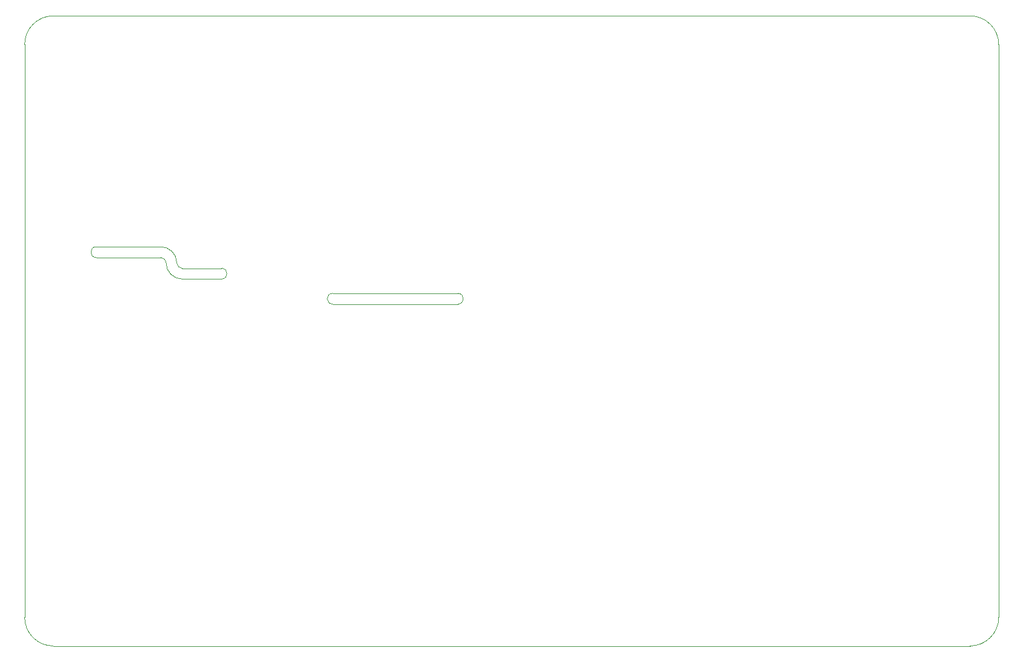
<source format=gbr>
G04 #@! TF.GenerationSoftware,KiCad,Pcbnew,5.1.9-73d0e3b20d~88~ubuntu20.04.1*
G04 #@! TF.CreationDate,2021-10-07T21:39:00+05:30*
G04 #@! TF.ProjectId,vayuO2,76617975-4f32-42e6-9b69-6361645f7063,rev 1*
G04 #@! TF.SameCoordinates,Original*
G04 #@! TF.FileFunction,Profile,NP*
%FSLAX46Y46*%
G04 Gerber Fmt 4.6, Leading zero omitted, Abs format (unit mm)*
G04 Created by KiCad (PCBNEW 5.1.9-73d0e3b20d~88~ubuntu20.04.1) date 2021-10-07 21:39:00*
%MOMM*%
%LPD*%
G01*
G04 APERTURE LIST*
G04 #@! TA.AperFunction,Profile*
%ADD10C,0.076200*%
G04 #@! TD*
G04 APERTURE END LIST*
D10*
X69000000Y-82250000D02*
G75*
G02*
X71250000Y-84500000I0J-2250000D01*
G01*
X72000000Y-86750000D02*
G75*
G02*
X69750000Y-84500000I0J2250000D01*
G01*
X69000000Y-83750000D02*
G75*
G02*
X69750000Y-84500000I0J-750000D01*
G01*
X72000000Y-85250000D02*
G75*
G02*
X71250000Y-84500000I0J750000D01*
G01*
X77500000Y-85250000D02*
G75*
G02*
X77500000Y-86750000I0J-750000D01*
G01*
X60000000Y-83750000D02*
G75*
G02*
X60000000Y-82250000I0J750000D01*
G01*
X69000000Y-83750000D02*
X60000000Y-83750000D01*
X77500000Y-86750000D02*
X72000000Y-86750000D01*
X72000000Y-85250000D02*
X77500000Y-85250000D01*
X60000000Y-82250000D02*
X69000000Y-82250000D01*
X186000000Y-54000000D02*
X186000000Y-134000000D01*
X93000000Y-90250000D02*
X110500000Y-90250000D01*
X110500000Y-88750000D02*
X93000000Y-88750000D01*
X110500000Y-88750000D02*
G75*
G02*
X110500000Y-90250000I0J-750000D01*
G01*
X93000000Y-90250000D02*
G75*
G02*
X93000000Y-88750000I0J750000D01*
G01*
X54000000Y-138000000D02*
X182000000Y-138000000D01*
X54000000Y-138000000D02*
G75*
G02*
X50000000Y-134000000I0J4000000D01*
G01*
X50000000Y-54000000D02*
G75*
G02*
X54000000Y-50000000I4000000J0D01*
G01*
X182000000Y-50000000D02*
G75*
G02*
X186000000Y-54000000I0J-4000000D01*
G01*
X186000000Y-134000000D02*
G75*
G02*
X182000000Y-138000000I-4000000J0D01*
G01*
X50000000Y-54000000D02*
X50000000Y-134000000D01*
X182000000Y-50000000D02*
X54000000Y-50000000D01*
M02*

</source>
